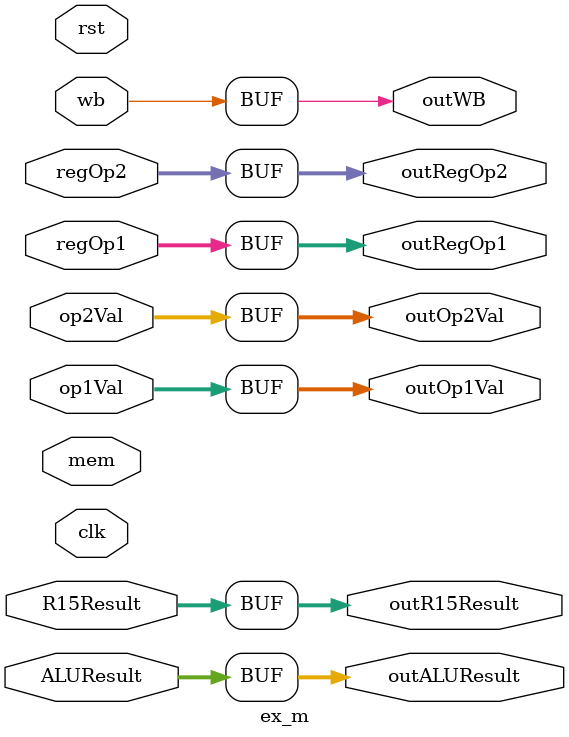
<source format=v>
module ex_m (
	input clk, rst,
	input [15:0] op1Val, op2Val,
	input [15:0] ALUResult, R15Result,
	input [3:0] regOp1,regOp2,
	input wb, mem, 	// write back and mem signal
	output [15:0] outOp1Val, outOp2Val,
	output [15:0] outALUResult, outR15Result,
	output [3:0] outRegOp1,outRegOp2,
	output outWB
);

reg [15:0] inOp1Val, inOp2Val, inALUResult, inR15Result;
reg [3:0] inRegOp1, inRegOp2;
reg inWB;

assign outOp1Val = op1Val;
assign outOp2Val = op2Val;
assign outALUResult = ALUResult;
assign outR15Result = R15Result;
assign outRegOp1 = regOp1;
assign outRegOp2 = regOp2;
assign outWB = wb;

always@(posedge clk or negedge rst) begin
	if (!rst) begin
		/*outOp1Val = 0;
		outOp2Val = 0;
		outALUResult = 0;
		outR15Result = 0;
		outRegOp1 = 0;
		outRegOp2 = 0;
		outWB = 0;*/
	end
	else begin
		inOp1Val = op1Val;
		inOp2Val = op2Val;
		inALUResult = ALUResult;
		inR15Result = R15Result;
		inRegOp1 = regOp1;
		inRegOp2 = regOp2;
		inWB = wb;
	end
end
endmodule

</source>
